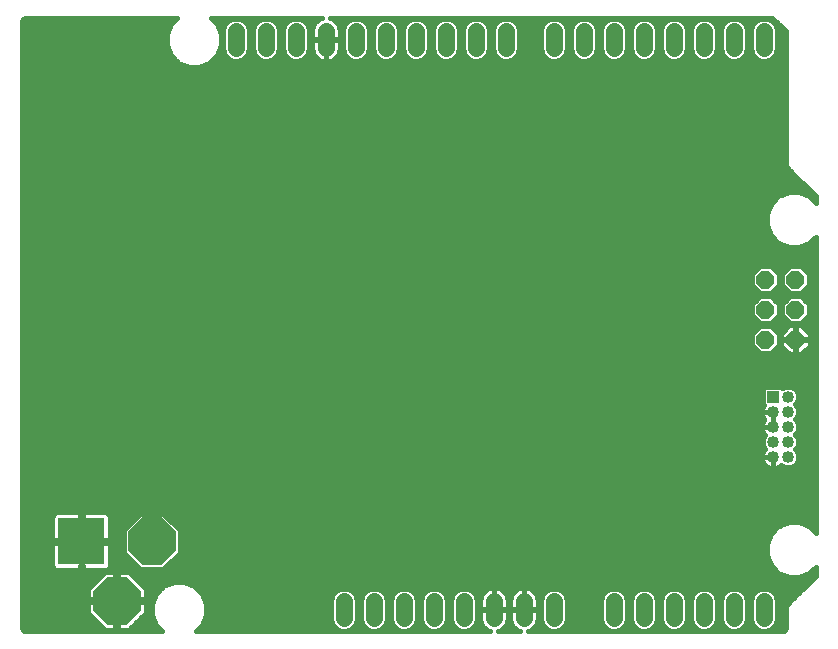
<source format=gbl>
G75*
%MOIN*%
%OFA0B0*%
%FSLAX25Y25*%
%IPPOS*%
%LPD*%
%AMOC8*
5,1,8,0,0,1.08239X$1,22.5*
%
%ADD10OC8,0.06102*%
%ADD11C,0.05600*%
%ADD12OC8,0.15748*%
%ADD13R,0.15748X0.15748*%
%ADD14C,0.07677*%
%ADD15R,0.04000X0.04000*%
%ADD16C,0.04000*%
%ADD17C,0.01600*%
D10*
X0259260Y0103750D03*
X0269260Y0103750D03*
X0269260Y0113750D03*
X0259260Y0113750D03*
X0259260Y0123750D03*
X0269260Y0123750D03*
D11*
X0258760Y0200950D02*
X0258760Y0206550D01*
X0248760Y0206550D02*
X0248760Y0200950D01*
X0238760Y0200950D02*
X0238760Y0206550D01*
X0228760Y0206550D02*
X0228760Y0200950D01*
X0218760Y0200950D02*
X0218760Y0206550D01*
X0208760Y0206550D02*
X0208760Y0200950D01*
X0198760Y0200950D02*
X0198760Y0206550D01*
X0188760Y0206550D02*
X0188760Y0200950D01*
X0172760Y0200950D02*
X0172760Y0206550D01*
X0162760Y0206550D02*
X0162760Y0200950D01*
X0152760Y0200950D02*
X0152760Y0206550D01*
X0142760Y0206550D02*
X0142760Y0200950D01*
X0132760Y0200950D02*
X0132760Y0206550D01*
X0122760Y0206550D02*
X0122760Y0200950D01*
X0112760Y0200950D02*
X0112760Y0206550D01*
X0102760Y0206550D02*
X0102760Y0200950D01*
X0092760Y0200950D02*
X0092760Y0206550D01*
X0082760Y0206550D02*
X0082760Y0200950D01*
X0118760Y0016550D02*
X0118760Y0010950D01*
X0128760Y0010950D02*
X0128760Y0016550D01*
X0138760Y0016550D02*
X0138760Y0010950D01*
X0148760Y0010950D02*
X0148760Y0016550D01*
X0158760Y0016550D02*
X0158760Y0010950D01*
X0168760Y0010950D02*
X0168760Y0016550D01*
X0178760Y0016550D02*
X0178760Y0010950D01*
X0188760Y0010950D02*
X0188760Y0016550D01*
X0208760Y0016550D02*
X0208760Y0010950D01*
X0218760Y0010950D02*
X0218760Y0016550D01*
X0228760Y0016550D02*
X0228760Y0010950D01*
X0238760Y0010950D02*
X0238760Y0016550D01*
X0248760Y0016550D02*
X0248760Y0010950D01*
X0258760Y0010950D02*
X0258760Y0016550D01*
D12*
X0054760Y0036450D03*
X0042960Y0016750D03*
D13*
X0031160Y0036450D03*
D14*
X0031160Y0033450D03*
X0031160Y0039450D03*
X0054760Y0039450D03*
X0054760Y0033450D03*
X0045960Y0016750D03*
X0039960Y0016750D03*
D15*
X0261760Y0084616D03*
D16*
X0266760Y0084616D03*
X0266760Y0079616D03*
X0266760Y0074616D03*
X0266760Y0069616D03*
X0261760Y0069616D03*
X0261760Y0074616D03*
X0261760Y0079616D03*
X0261760Y0064616D03*
X0266760Y0064616D03*
D17*
X0011751Y0007055D02*
X0011582Y0007465D01*
X0011560Y0007687D01*
X0011560Y0209813D01*
X0011582Y0210035D01*
X0011751Y0210445D01*
X0012065Y0210758D01*
X0012475Y0210928D01*
X0012697Y0210950D01*
X0063092Y0210950D01*
X0061046Y0208904D01*
X0059661Y0205560D01*
X0059661Y0201940D01*
X0061046Y0198596D01*
X0063606Y0196036D01*
X0066950Y0194651D01*
X0070570Y0194651D01*
X0073914Y0196036D01*
X0076474Y0198596D01*
X0077859Y0201940D01*
X0077859Y0205560D01*
X0076474Y0208904D01*
X0074428Y0210950D01*
X0111416Y0210950D01*
X0110994Y0210813D01*
X0110349Y0210484D01*
X0109763Y0210059D01*
X0109251Y0209547D01*
X0108826Y0208961D01*
X0108497Y0208316D01*
X0108273Y0207627D01*
X0108160Y0206912D01*
X0108160Y0203787D01*
X0112723Y0203787D01*
X0112723Y0203713D01*
X0112796Y0203713D01*
X0112796Y0196350D01*
X0113122Y0196350D01*
X0113837Y0196463D01*
X0114526Y0196687D01*
X0115171Y0197016D01*
X0115757Y0197441D01*
X0116269Y0197953D01*
X0116694Y0198539D01*
X0117023Y0199184D01*
X0117247Y0199873D01*
X0117360Y0200588D01*
X0117360Y0203713D01*
X0112797Y0203713D01*
X0112797Y0203787D01*
X0117360Y0203787D01*
X0117360Y0206912D01*
X0117247Y0207627D01*
X0117023Y0208316D01*
X0116694Y0208961D01*
X0116269Y0209547D01*
X0115757Y0210059D01*
X0115171Y0210484D01*
X0114526Y0210813D01*
X0114104Y0210950D01*
X0261600Y0210950D01*
X0265960Y0206590D01*
X0265960Y0162193D01*
X0266386Y0161164D01*
X0267174Y0160376D01*
X0275960Y0151590D01*
X0275960Y0149418D01*
X0273914Y0151464D01*
X0270570Y0152849D01*
X0266950Y0152849D01*
X0263606Y0151464D01*
X0261046Y0148904D01*
X0259661Y0145560D01*
X0259661Y0141940D01*
X0261046Y0138596D01*
X0263606Y0136036D01*
X0266950Y0134651D01*
X0270570Y0134651D01*
X0273914Y0136036D01*
X0275960Y0138082D01*
X0275960Y0039418D01*
X0273914Y0041464D01*
X0270570Y0042849D01*
X0266950Y0042849D01*
X0263606Y0041464D01*
X0261046Y0038904D01*
X0259661Y0035560D01*
X0259661Y0031940D01*
X0261046Y0028596D01*
X0263606Y0026036D01*
X0266950Y0024651D01*
X0270570Y0024651D01*
X0273914Y0026036D01*
X0275960Y0028082D01*
X0275960Y0024910D01*
X0267174Y0016124D01*
X0266386Y0015336D01*
X0265960Y0014307D01*
X0265960Y0007687D01*
X0265938Y0007465D01*
X0265768Y0007055D01*
X0265455Y0006742D01*
X0265045Y0006572D01*
X0264823Y0006550D01*
X0180104Y0006550D01*
X0180526Y0006687D01*
X0181171Y0007016D01*
X0181757Y0007441D01*
X0182269Y0007953D01*
X0182694Y0008539D01*
X0183023Y0009184D01*
X0183247Y0009873D01*
X0183360Y0010588D01*
X0183360Y0013713D01*
X0178797Y0013713D01*
X0178797Y0013787D01*
X0183360Y0013787D01*
X0183360Y0016912D01*
X0183247Y0017627D01*
X0183023Y0018316D01*
X0182694Y0018961D01*
X0182269Y0019547D01*
X0181757Y0020059D01*
X0181171Y0020484D01*
X0180526Y0020813D01*
X0179837Y0021037D01*
X0179122Y0021150D01*
X0178796Y0021150D01*
X0178796Y0013787D01*
X0178723Y0013787D01*
X0178723Y0021150D01*
X0178398Y0021150D01*
X0177683Y0021037D01*
X0176994Y0020813D01*
X0176349Y0020484D01*
X0175763Y0020059D01*
X0175251Y0019547D01*
X0174826Y0018961D01*
X0174497Y0018316D01*
X0174273Y0017627D01*
X0174160Y0016912D01*
X0174160Y0013787D01*
X0178723Y0013787D01*
X0178723Y0013713D01*
X0174160Y0013713D01*
X0174160Y0010588D01*
X0174273Y0009873D01*
X0174497Y0009184D01*
X0174826Y0008539D01*
X0175251Y0007953D01*
X0175763Y0007441D01*
X0176349Y0007016D01*
X0176994Y0006687D01*
X0177416Y0006550D01*
X0170104Y0006550D01*
X0170526Y0006687D01*
X0171171Y0007016D01*
X0171757Y0007441D01*
X0172269Y0007953D01*
X0172694Y0008539D01*
X0173023Y0009184D01*
X0173247Y0009873D01*
X0173360Y0010588D01*
X0173360Y0013713D01*
X0168797Y0013713D01*
X0168797Y0013787D01*
X0173360Y0013787D01*
X0173360Y0016912D01*
X0173247Y0017627D01*
X0173023Y0018316D01*
X0172694Y0018961D01*
X0172269Y0019547D01*
X0171757Y0020059D01*
X0171171Y0020484D01*
X0170526Y0020813D01*
X0169837Y0021037D01*
X0169122Y0021150D01*
X0168796Y0021150D01*
X0168796Y0013787D01*
X0168723Y0013787D01*
X0168723Y0021150D01*
X0168398Y0021150D01*
X0167683Y0021037D01*
X0166994Y0020813D01*
X0166349Y0020484D01*
X0165763Y0020059D01*
X0165251Y0019547D01*
X0164826Y0018961D01*
X0164497Y0018316D01*
X0164273Y0017627D01*
X0164160Y0016912D01*
X0164160Y0013787D01*
X0168723Y0013787D01*
X0168723Y0013713D01*
X0164160Y0013713D01*
X0164160Y0010588D01*
X0164273Y0009873D01*
X0164497Y0009184D01*
X0164826Y0008539D01*
X0165251Y0007953D01*
X0165763Y0007441D01*
X0166349Y0007016D01*
X0166994Y0006687D01*
X0167416Y0006550D01*
X0069428Y0006550D01*
X0071474Y0008596D01*
X0072859Y0011940D01*
X0072859Y0015560D01*
X0071474Y0018904D01*
X0068914Y0021464D01*
X0065570Y0022849D01*
X0061950Y0022849D01*
X0058606Y0021464D01*
X0056046Y0018904D01*
X0054661Y0015560D01*
X0054661Y0011940D01*
X0056046Y0008596D01*
X0058092Y0006550D01*
X0012697Y0006550D01*
X0012475Y0006572D01*
X0012065Y0006742D01*
X0011751Y0007055D01*
X0011560Y0008046D02*
X0037983Y0008046D01*
X0038953Y0007076D02*
X0042480Y0007076D01*
X0042480Y0012124D01*
X0042927Y0012309D01*
X0042960Y0012342D01*
X0042992Y0012309D01*
X0043439Y0012124D01*
X0043439Y0007076D01*
X0046967Y0007076D01*
X0052634Y0012743D01*
X0052634Y0016270D01*
X0051198Y0016270D01*
X0051198Y0017230D01*
X0052634Y0017230D01*
X0052634Y0020757D01*
X0046967Y0026424D01*
X0043439Y0026424D01*
X0043439Y0021376D01*
X0042992Y0021191D01*
X0042960Y0021158D01*
X0042927Y0021191D01*
X0042480Y0021376D01*
X0042480Y0026424D01*
X0038953Y0026424D01*
X0033286Y0020757D01*
X0033286Y0017230D01*
X0034721Y0017230D01*
X0034721Y0016270D01*
X0033286Y0016270D01*
X0033286Y0012743D01*
X0038953Y0007076D01*
X0036385Y0009644D02*
X0011560Y0009644D01*
X0011560Y0011243D02*
X0034786Y0011243D01*
X0033286Y0012841D02*
X0011560Y0012841D01*
X0011560Y0014440D02*
X0033286Y0014440D01*
X0033286Y0016038D02*
X0011560Y0016038D01*
X0011560Y0017637D02*
X0033286Y0017637D01*
X0033286Y0019235D02*
X0011560Y0019235D01*
X0011560Y0020834D02*
X0033362Y0020834D01*
X0034961Y0022432D02*
X0011560Y0022432D01*
X0011560Y0024031D02*
X0036559Y0024031D01*
X0038158Y0025629D02*
X0011560Y0025629D01*
X0011560Y0027228D02*
X0022089Y0027228D01*
X0022181Y0027136D02*
X0022591Y0026899D01*
X0023049Y0026776D01*
X0030680Y0026776D01*
X0030680Y0028211D01*
X0031639Y0028211D01*
X0031639Y0026776D01*
X0039271Y0026776D01*
X0039729Y0026899D01*
X0040139Y0027136D01*
X0040474Y0027471D01*
X0040711Y0027881D01*
X0040834Y0028339D01*
X0040834Y0035970D01*
X0035786Y0035970D01*
X0035601Y0036417D01*
X0035568Y0036450D01*
X0035601Y0036483D01*
X0035786Y0036930D01*
X0040834Y0036930D01*
X0040834Y0044561D01*
X0040711Y0045019D01*
X0040474Y0045429D01*
X0040139Y0045764D01*
X0039729Y0046001D01*
X0039271Y0046124D01*
X0031639Y0046124D01*
X0031639Y0044689D01*
X0030680Y0044689D01*
X0030680Y0046124D01*
X0023049Y0046124D01*
X0022591Y0046001D01*
X0022181Y0045764D01*
X0021845Y0045429D01*
X0021608Y0045019D01*
X0021486Y0044561D01*
X0021486Y0036930D01*
X0026534Y0036930D01*
X0026719Y0036483D01*
X0026751Y0036450D01*
X0026719Y0036417D01*
X0026534Y0035970D01*
X0021486Y0035970D01*
X0021486Y0028339D01*
X0021608Y0027881D01*
X0021845Y0027471D01*
X0022181Y0027136D01*
X0021486Y0028826D02*
X0011560Y0028826D01*
X0011560Y0030425D02*
X0021486Y0030425D01*
X0021486Y0032023D02*
X0011560Y0032023D01*
X0011560Y0033622D02*
X0021486Y0033622D01*
X0021486Y0035220D02*
X0011560Y0035220D01*
X0011560Y0036819D02*
X0026580Y0036819D01*
X0021486Y0038417D02*
X0011560Y0038417D01*
X0011560Y0040016D02*
X0021486Y0040016D01*
X0021486Y0041614D02*
X0011560Y0041614D01*
X0011560Y0043213D02*
X0021486Y0043213D01*
X0021553Y0044811D02*
X0011560Y0044811D01*
X0011560Y0046410D02*
X0275960Y0046410D01*
X0275960Y0048008D02*
X0011560Y0048008D01*
X0011560Y0049607D02*
X0275960Y0049607D01*
X0275960Y0051205D02*
X0011560Y0051205D01*
X0011560Y0052804D02*
X0275960Y0052804D01*
X0275960Y0054402D02*
X0011560Y0054402D01*
X0011560Y0056001D02*
X0275960Y0056001D01*
X0275960Y0057599D02*
X0011560Y0057599D01*
X0011560Y0059198D02*
X0275960Y0059198D01*
X0275960Y0060796D02*
X0011560Y0060796D01*
X0011560Y0062395D02*
X0258674Y0062395D01*
X0258808Y0062194D02*
X0259337Y0061664D01*
X0259960Y0061249D01*
X0260651Y0060962D01*
X0261386Y0060816D01*
X0261760Y0060816D01*
X0262134Y0060816D01*
X0262868Y0060962D01*
X0263560Y0061249D01*
X0264182Y0061664D01*
X0264543Y0062025D01*
X0264834Y0061734D01*
X0266084Y0061216D01*
X0267436Y0061216D01*
X0268686Y0061734D01*
X0269642Y0062690D01*
X0270160Y0063940D01*
X0270160Y0065292D01*
X0269642Y0066542D01*
X0269068Y0067116D01*
X0269642Y0067690D01*
X0270160Y0068940D01*
X0270160Y0070292D01*
X0269642Y0071542D01*
X0269068Y0072116D01*
X0269642Y0072690D01*
X0270160Y0073940D01*
X0270160Y0075292D01*
X0269642Y0076542D01*
X0269068Y0077116D01*
X0269642Y0077690D01*
X0270160Y0078940D01*
X0270160Y0080292D01*
X0269642Y0081542D01*
X0269068Y0082116D01*
X0269642Y0082690D01*
X0270160Y0083940D01*
X0270160Y0085292D01*
X0269642Y0086542D01*
X0268686Y0087499D01*
X0267436Y0088016D01*
X0266084Y0088016D01*
X0264850Y0087505D01*
X0264340Y0088016D01*
X0259180Y0088016D01*
X0258360Y0087196D01*
X0258360Y0082036D01*
X0258628Y0081768D01*
X0258392Y0081416D01*
X0258106Y0080725D01*
X0257960Y0079990D01*
X0257960Y0079616D01*
X0257960Y0079242D01*
X0258106Y0078508D01*
X0258392Y0077816D01*
X0258808Y0077194D01*
X0258886Y0077116D01*
X0258808Y0077038D01*
X0258392Y0076416D01*
X0258106Y0075725D01*
X0257960Y0074990D01*
X0257960Y0074616D01*
X0257960Y0074242D01*
X0258106Y0073508D01*
X0258392Y0072816D01*
X0258808Y0072194D01*
X0259169Y0071833D01*
X0258877Y0071542D01*
X0258360Y0070292D01*
X0258360Y0068940D01*
X0258877Y0067690D01*
X0259169Y0067399D01*
X0258808Y0067038D01*
X0258392Y0066416D01*
X0258106Y0065725D01*
X0257960Y0064990D01*
X0257960Y0064616D01*
X0257960Y0064242D01*
X0258106Y0063508D01*
X0258392Y0062816D01*
X0258808Y0062194D01*
X0258009Y0063993D02*
X0011560Y0063993D01*
X0011560Y0065592D02*
X0258080Y0065592D01*
X0257960Y0064616D02*
X0261760Y0064616D01*
X0261760Y0060816D01*
X0261760Y0064616D01*
X0261760Y0064616D01*
X0257960Y0064616D01*
X0258960Y0067190D02*
X0011560Y0067190D01*
X0011560Y0068789D02*
X0258422Y0068789D01*
X0258399Y0070387D02*
X0011560Y0070387D01*
X0011560Y0071986D02*
X0259016Y0071986D01*
X0258091Y0073584D02*
X0011560Y0073584D01*
X0011560Y0075183D02*
X0257998Y0075183D01*
X0257960Y0074616D02*
X0261760Y0074616D01*
X0261760Y0074616D01*
X0261760Y0079616D01*
X0261760Y0079616D01*
X0261760Y0075816D01*
X0261760Y0074616D01*
X0257960Y0074616D01*
X0258636Y0076782D02*
X0011560Y0076782D01*
X0011560Y0078380D02*
X0258159Y0078380D01*
X0257960Y0079616D02*
X0261760Y0079616D01*
X0261760Y0079616D01*
X0257960Y0079616D01*
X0257960Y0079979D02*
X0011560Y0079979D01*
X0011560Y0081577D02*
X0258500Y0081577D01*
X0258360Y0083176D02*
X0011560Y0083176D01*
X0011560Y0084774D02*
X0258360Y0084774D01*
X0258360Y0086373D02*
X0011560Y0086373D01*
X0011560Y0087971D02*
X0259135Y0087971D01*
X0264385Y0087971D02*
X0265975Y0087971D01*
X0267545Y0087971D02*
X0275960Y0087971D01*
X0275960Y0086373D02*
X0269712Y0086373D01*
X0270160Y0084774D02*
X0275960Y0084774D01*
X0275960Y0083176D02*
X0269843Y0083176D01*
X0269607Y0081577D02*
X0275960Y0081577D01*
X0275960Y0079979D02*
X0270160Y0079979D01*
X0269928Y0078380D02*
X0275960Y0078380D01*
X0275960Y0076782D02*
X0269403Y0076782D01*
X0270160Y0075183D02*
X0275960Y0075183D01*
X0275960Y0073584D02*
X0270013Y0073584D01*
X0269198Y0071986D02*
X0275960Y0071986D01*
X0275960Y0070387D02*
X0270120Y0070387D01*
X0270097Y0068789D02*
X0275960Y0068789D01*
X0275960Y0067190D02*
X0269142Y0067190D01*
X0270036Y0065592D02*
X0275960Y0065592D01*
X0275960Y0063993D02*
X0270160Y0063993D01*
X0269347Y0062395D02*
X0275960Y0062395D01*
X0261760Y0062395D02*
X0261760Y0062395D01*
X0261760Y0063993D02*
X0261760Y0063993D01*
X0261760Y0064616D02*
X0261760Y0064616D01*
X0261760Y0074616D02*
X0261760Y0074616D01*
X0261760Y0075183D02*
X0261760Y0075183D01*
X0261760Y0076782D02*
X0261760Y0076782D01*
X0261760Y0078380D02*
X0261760Y0078380D01*
X0275960Y0089570D02*
X0011560Y0089570D01*
X0011560Y0091168D02*
X0275960Y0091168D01*
X0275960Y0092767D02*
X0011560Y0092767D01*
X0011560Y0094365D02*
X0275960Y0094365D01*
X0275960Y0095964D02*
X0011560Y0095964D01*
X0011560Y0097562D02*
X0275960Y0097562D01*
X0275960Y0099161D02*
X0271531Y0099161D01*
X0271269Y0098899D02*
X0269395Y0098899D01*
X0269395Y0103615D01*
X0269395Y0103885D01*
X0274111Y0103885D01*
X0274111Y0105759D01*
X0271269Y0108601D01*
X0269395Y0108601D01*
X0269395Y0103885D01*
X0269125Y0103885D01*
X0269125Y0108601D01*
X0267250Y0108601D01*
X0264409Y0105759D01*
X0264409Y0103885D01*
X0269125Y0103885D01*
X0269125Y0103615D01*
X0269395Y0103615D01*
X0274111Y0103615D01*
X0274111Y0101741D01*
X0271269Y0098899D01*
X0269395Y0099161D02*
X0269125Y0099161D01*
X0269125Y0098899D02*
X0269125Y0103615D01*
X0264409Y0103615D01*
X0264409Y0101741D01*
X0267250Y0098899D01*
X0269125Y0098899D01*
X0269125Y0100759D02*
X0269395Y0100759D01*
X0269395Y0102358D02*
X0269125Y0102358D01*
X0269125Y0103956D02*
X0269395Y0103956D01*
X0269395Y0105555D02*
X0269125Y0105555D01*
X0269125Y0107153D02*
X0269395Y0107153D01*
X0271104Y0109299D02*
X0267416Y0109299D01*
X0264809Y0111906D01*
X0264809Y0115594D01*
X0267416Y0118201D01*
X0271104Y0118201D01*
X0273711Y0115594D01*
X0273711Y0111906D01*
X0271104Y0109299D01*
X0272155Y0110350D02*
X0275960Y0110350D01*
X0275960Y0108752D02*
X0011560Y0108752D01*
X0011560Y0110350D02*
X0256365Y0110350D01*
X0257416Y0109299D02*
X0261104Y0109299D01*
X0263711Y0111906D01*
X0263711Y0115594D01*
X0261104Y0118201D01*
X0257416Y0118201D01*
X0254809Y0115594D01*
X0254809Y0111906D01*
X0257416Y0109299D01*
X0257416Y0108201D02*
X0254809Y0105594D01*
X0254809Y0101906D01*
X0257416Y0099299D01*
X0261104Y0099299D01*
X0263711Y0101906D01*
X0263711Y0105594D01*
X0261104Y0108201D01*
X0257416Y0108201D01*
X0256368Y0107153D02*
X0011560Y0107153D01*
X0011560Y0105555D02*
X0254809Y0105555D01*
X0254809Y0103956D02*
X0011560Y0103956D01*
X0011560Y0102358D02*
X0254809Y0102358D01*
X0255956Y0100759D02*
X0011560Y0100759D01*
X0011560Y0099161D02*
X0266989Y0099161D01*
X0265390Y0100759D02*
X0262564Y0100759D01*
X0263711Y0102358D02*
X0264409Y0102358D01*
X0264409Y0103956D02*
X0263711Y0103956D01*
X0263711Y0105555D02*
X0264409Y0105555D01*
X0265802Y0107153D02*
X0262152Y0107153D01*
X0262155Y0110350D02*
X0266365Y0110350D01*
X0264809Y0111949D02*
X0263711Y0111949D01*
X0263711Y0113547D02*
X0264809Y0113547D01*
X0264809Y0115146D02*
X0263711Y0115146D01*
X0262560Y0116744D02*
X0265959Y0116744D01*
X0267416Y0119299D02*
X0271104Y0119299D01*
X0273711Y0121906D01*
X0273711Y0125594D01*
X0271104Y0128201D01*
X0267416Y0128201D01*
X0264809Y0125594D01*
X0264809Y0121906D01*
X0267416Y0119299D01*
X0266774Y0119941D02*
X0261746Y0119941D01*
X0261104Y0119299D02*
X0263711Y0121906D01*
X0263711Y0125594D01*
X0261104Y0128201D01*
X0257416Y0128201D01*
X0254809Y0125594D01*
X0254809Y0121906D01*
X0257416Y0119299D01*
X0261104Y0119299D01*
X0263345Y0121540D02*
X0265175Y0121540D01*
X0264809Y0123138D02*
X0263711Y0123138D01*
X0263711Y0124737D02*
X0264809Y0124737D01*
X0265550Y0126335D02*
X0262969Y0126335D01*
X0261371Y0127934D02*
X0267149Y0127934D01*
X0271371Y0127934D02*
X0275960Y0127934D01*
X0275960Y0129532D02*
X0011560Y0129532D01*
X0011560Y0127934D02*
X0257149Y0127934D01*
X0255550Y0126335D02*
X0011560Y0126335D01*
X0011560Y0124737D02*
X0254809Y0124737D01*
X0254809Y0123138D02*
X0011560Y0123138D01*
X0011560Y0121540D02*
X0255175Y0121540D01*
X0256774Y0119941D02*
X0011560Y0119941D01*
X0011560Y0118343D02*
X0275960Y0118343D01*
X0275960Y0119941D02*
X0271746Y0119941D01*
X0273345Y0121540D02*
X0275960Y0121540D01*
X0275960Y0123138D02*
X0273711Y0123138D01*
X0273711Y0124737D02*
X0275960Y0124737D01*
X0275960Y0126335D02*
X0272969Y0126335D01*
X0275960Y0131131D02*
X0011560Y0131131D01*
X0011560Y0132729D02*
X0275960Y0132729D01*
X0275960Y0134328D02*
X0011560Y0134328D01*
X0011560Y0135926D02*
X0263870Y0135926D01*
X0262117Y0137525D02*
X0011560Y0137525D01*
X0011560Y0139123D02*
X0260827Y0139123D01*
X0260165Y0140722D02*
X0011560Y0140722D01*
X0011560Y0142320D02*
X0259661Y0142320D01*
X0259661Y0143919D02*
X0011560Y0143919D01*
X0011560Y0145518D02*
X0259661Y0145518D01*
X0260305Y0147116D02*
X0011560Y0147116D01*
X0011560Y0148715D02*
X0260967Y0148715D01*
X0262455Y0150313D02*
X0011560Y0150313D01*
X0011560Y0151912D02*
X0264686Y0151912D01*
X0270843Y0156707D02*
X0011560Y0156707D01*
X0011560Y0155109D02*
X0272441Y0155109D01*
X0274040Y0153510D02*
X0011560Y0153510D01*
X0011560Y0158306D02*
X0269244Y0158306D01*
X0267646Y0159904D02*
X0011560Y0159904D01*
X0011560Y0161503D02*
X0266246Y0161503D01*
X0267174Y0160376D02*
X0267174Y0160376D01*
X0265960Y0163101D02*
X0011560Y0163101D01*
X0011560Y0164700D02*
X0265960Y0164700D01*
X0265960Y0166298D02*
X0011560Y0166298D01*
X0011560Y0167897D02*
X0265960Y0167897D01*
X0265960Y0169495D02*
X0011560Y0169495D01*
X0011560Y0171094D02*
X0265960Y0171094D01*
X0265960Y0172692D02*
X0011560Y0172692D01*
X0011560Y0174291D02*
X0265960Y0174291D01*
X0265960Y0175889D02*
X0011560Y0175889D01*
X0011560Y0177488D02*
X0265960Y0177488D01*
X0265960Y0179086D02*
X0011560Y0179086D01*
X0011560Y0180685D02*
X0265960Y0180685D01*
X0265960Y0182283D02*
X0011560Y0182283D01*
X0011560Y0183882D02*
X0265960Y0183882D01*
X0265960Y0185480D02*
X0011560Y0185480D01*
X0011560Y0187079D02*
X0265960Y0187079D01*
X0265960Y0188677D02*
X0011560Y0188677D01*
X0011560Y0190276D02*
X0265960Y0190276D01*
X0265960Y0191874D02*
X0011560Y0191874D01*
X0011560Y0193473D02*
X0265960Y0193473D01*
X0265960Y0195071D02*
X0071585Y0195071D01*
X0074548Y0196670D02*
X0111047Y0196670D01*
X0110994Y0196687D02*
X0111683Y0196463D01*
X0112398Y0196350D01*
X0112723Y0196350D01*
X0112723Y0203713D01*
X0108160Y0203713D01*
X0108160Y0200588D01*
X0108273Y0199873D01*
X0108497Y0199184D01*
X0108826Y0198539D01*
X0109251Y0197953D01*
X0109763Y0197441D01*
X0110349Y0197016D01*
X0110994Y0196687D01*
X0112723Y0196670D02*
X0112796Y0196670D01*
X0112796Y0198268D02*
X0112723Y0198268D01*
X0112723Y0199867D02*
X0112796Y0199867D01*
X0112796Y0201465D02*
X0112723Y0201465D01*
X0112723Y0203064D02*
X0112796Y0203064D01*
X0117360Y0203064D02*
X0118560Y0203064D01*
X0118560Y0204662D02*
X0117360Y0204662D01*
X0117360Y0206261D02*
X0118560Y0206261D01*
X0118560Y0207385D02*
X0118560Y0200115D01*
X0119199Y0198571D01*
X0120381Y0197389D01*
X0121924Y0196750D01*
X0123595Y0196750D01*
X0125139Y0197389D01*
X0126320Y0198571D01*
X0126960Y0200115D01*
X0126960Y0207385D01*
X0126320Y0208929D01*
X0125139Y0210111D01*
X0123595Y0210750D01*
X0121924Y0210750D01*
X0120381Y0210111D01*
X0119199Y0208929D01*
X0118560Y0207385D01*
X0118756Y0207859D02*
X0117171Y0207859D01*
X0116333Y0209458D02*
X0119728Y0209458D01*
X0125792Y0209458D02*
X0129728Y0209458D01*
X0129199Y0208929D02*
X0130381Y0210111D01*
X0131924Y0210750D01*
X0133595Y0210750D01*
X0135139Y0210111D01*
X0136320Y0208929D01*
X0136960Y0207385D01*
X0136960Y0200115D01*
X0136320Y0198571D01*
X0135139Y0197389D01*
X0133595Y0196750D01*
X0131924Y0196750D01*
X0130381Y0197389D01*
X0129199Y0198571D01*
X0128560Y0200115D01*
X0128560Y0207385D01*
X0129199Y0208929D01*
X0128756Y0207859D02*
X0126763Y0207859D01*
X0126960Y0206261D02*
X0128560Y0206261D01*
X0128560Y0204662D02*
X0126960Y0204662D01*
X0126960Y0203064D02*
X0128560Y0203064D01*
X0128560Y0201465D02*
X0126960Y0201465D01*
X0126857Y0199867D02*
X0128662Y0199867D01*
X0129502Y0198268D02*
X0126018Y0198268D01*
X0119502Y0198268D02*
X0116497Y0198268D01*
X0117245Y0199867D02*
X0118662Y0199867D01*
X0118560Y0201465D02*
X0117360Y0201465D01*
X0114473Y0196670D02*
X0265960Y0196670D01*
X0265960Y0198268D02*
X0262018Y0198268D01*
X0262320Y0198571D02*
X0262960Y0200115D01*
X0262960Y0207385D01*
X0262320Y0208929D01*
X0261139Y0210111D01*
X0259595Y0210750D01*
X0257924Y0210750D01*
X0256381Y0210111D01*
X0255199Y0208929D01*
X0254560Y0207385D01*
X0254560Y0200115D01*
X0255199Y0198571D01*
X0256381Y0197389D01*
X0257924Y0196750D01*
X0259595Y0196750D01*
X0261139Y0197389D01*
X0262320Y0198571D01*
X0262857Y0199867D02*
X0265960Y0199867D01*
X0265960Y0201465D02*
X0262960Y0201465D01*
X0262960Y0203064D02*
X0265960Y0203064D01*
X0265960Y0204662D02*
X0262960Y0204662D01*
X0262960Y0206261D02*
X0265960Y0206261D01*
X0264691Y0207859D02*
X0262763Y0207859D01*
X0263092Y0209458D02*
X0261792Y0209458D01*
X0255728Y0209458D02*
X0251792Y0209458D01*
X0252320Y0208929D02*
X0251139Y0210111D01*
X0249595Y0210750D01*
X0247924Y0210750D01*
X0246381Y0210111D01*
X0245199Y0208929D01*
X0244560Y0207385D01*
X0244560Y0200115D01*
X0245199Y0198571D01*
X0246381Y0197389D01*
X0247924Y0196750D01*
X0249595Y0196750D01*
X0251139Y0197389D01*
X0252320Y0198571D01*
X0252960Y0200115D01*
X0252960Y0207385D01*
X0252320Y0208929D01*
X0252763Y0207859D02*
X0254756Y0207859D01*
X0254560Y0206261D02*
X0252960Y0206261D01*
X0252960Y0204662D02*
X0254560Y0204662D01*
X0254560Y0203064D02*
X0252960Y0203064D01*
X0252960Y0201465D02*
X0254560Y0201465D01*
X0254662Y0199867D02*
X0252857Y0199867D01*
X0252018Y0198268D02*
X0255502Y0198268D01*
X0245502Y0198268D02*
X0242018Y0198268D01*
X0242320Y0198571D02*
X0242960Y0200115D01*
X0242960Y0207385D01*
X0242320Y0208929D01*
X0241139Y0210111D01*
X0239595Y0210750D01*
X0237924Y0210750D01*
X0236381Y0210111D01*
X0235199Y0208929D01*
X0234560Y0207385D01*
X0234560Y0200115D01*
X0235199Y0198571D01*
X0236381Y0197389D01*
X0237924Y0196750D01*
X0239595Y0196750D01*
X0241139Y0197389D01*
X0242320Y0198571D01*
X0242857Y0199867D02*
X0244662Y0199867D01*
X0244560Y0201465D02*
X0242960Y0201465D01*
X0242960Y0203064D02*
X0244560Y0203064D01*
X0244560Y0204662D02*
X0242960Y0204662D01*
X0242960Y0206261D02*
X0244560Y0206261D01*
X0244756Y0207859D02*
X0242763Y0207859D01*
X0241792Y0209458D02*
X0245728Y0209458D01*
X0235728Y0209458D02*
X0231792Y0209458D01*
X0232320Y0208929D02*
X0231139Y0210111D01*
X0229595Y0210750D01*
X0227924Y0210750D01*
X0226381Y0210111D01*
X0225199Y0208929D01*
X0224560Y0207385D01*
X0224560Y0200115D01*
X0225199Y0198571D01*
X0226381Y0197389D01*
X0227924Y0196750D01*
X0229595Y0196750D01*
X0231139Y0197389D01*
X0232320Y0198571D01*
X0232960Y0200115D01*
X0232960Y0207385D01*
X0232320Y0208929D01*
X0232763Y0207859D02*
X0234756Y0207859D01*
X0234560Y0206261D02*
X0232960Y0206261D01*
X0232960Y0204662D02*
X0234560Y0204662D01*
X0234560Y0203064D02*
X0232960Y0203064D01*
X0232960Y0201465D02*
X0234560Y0201465D01*
X0234662Y0199867D02*
X0232857Y0199867D01*
X0232018Y0198268D02*
X0235502Y0198268D01*
X0225502Y0198268D02*
X0222018Y0198268D01*
X0222320Y0198571D02*
X0222960Y0200115D01*
X0222960Y0207385D01*
X0222320Y0208929D01*
X0221139Y0210111D01*
X0219595Y0210750D01*
X0217924Y0210750D01*
X0216381Y0210111D01*
X0215199Y0208929D01*
X0214560Y0207385D01*
X0214560Y0200115D01*
X0215199Y0198571D01*
X0216381Y0197389D01*
X0217924Y0196750D01*
X0219595Y0196750D01*
X0221139Y0197389D01*
X0222320Y0198571D01*
X0222857Y0199867D02*
X0224662Y0199867D01*
X0224560Y0201465D02*
X0222960Y0201465D01*
X0222960Y0203064D02*
X0224560Y0203064D01*
X0224560Y0204662D02*
X0222960Y0204662D01*
X0222960Y0206261D02*
X0224560Y0206261D01*
X0224756Y0207859D02*
X0222763Y0207859D01*
X0221792Y0209458D02*
X0225728Y0209458D01*
X0215728Y0209458D02*
X0211792Y0209458D01*
X0212320Y0208929D02*
X0211139Y0210111D01*
X0209595Y0210750D01*
X0207924Y0210750D01*
X0206381Y0210111D01*
X0205199Y0208929D01*
X0204560Y0207385D01*
X0204560Y0200115D01*
X0205199Y0198571D01*
X0206381Y0197389D01*
X0207924Y0196750D01*
X0209595Y0196750D01*
X0211139Y0197389D01*
X0212320Y0198571D01*
X0212960Y0200115D01*
X0212960Y0207385D01*
X0212320Y0208929D01*
X0212763Y0207859D02*
X0214756Y0207859D01*
X0214560Y0206261D02*
X0212960Y0206261D01*
X0212960Y0204662D02*
X0214560Y0204662D01*
X0214560Y0203064D02*
X0212960Y0203064D01*
X0212960Y0201465D02*
X0214560Y0201465D01*
X0214662Y0199867D02*
X0212857Y0199867D01*
X0212018Y0198268D02*
X0215502Y0198268D01*
X0205502Y0198268D02*
X0202018Y0198268D01*
X0202320Y0198571D02*
X0201139Y0197389D01*
X0199595Y0196750D01*
X0197924Y0196750D01*
X0196381Y0197389D01*
X0195199Y0198571D01*
X0194560Y0200115D01*
X0194560Y0207385D01*
X0195199Y0208929D01*
X0196381Y0210111D01*
X0197924Y0210750D01*
X0199595Y0210750D01*
X0201139Y0210111D01*
X0202320Y0208929D01*
X0202960Y0207385D01*
X0202960Y0200115D01*
X0202320Y0198571D01*
X0202857Y0199867D02*
X0204662Y0199867D01*
X0204560Y0201465D02*
X0202960Y0201465D01*
X0202960Y0203064D02*
X0204560Y0203064D01*
X0204560Y0204662D02*
X0202960Y0204662D01*
X0202960Y0206261D02*
X0204560Y0206261D01*
X0204756Y0207859D02*
X0202763Y0207859D01*
X0201792Y0209458D02*
X0205728Y0209458D01*
X0195728Y0209458D02*
X0191792Y0209458D01*
X0192320Y0208929D02*
X0191139Y0210111D01*
X0189595Y0210750D01*
X0187924Y0210750D01*
X0186381Y0210111D01*
X0185199Y0208929D01*
X0184560Y0207385D01*
X0184560Y0200115D01*
X0185199Y0198571D01*
X0186381Y0197389D01*
X0187924Y0196750D01*
X0189595Y0196750D01*
X0191139Y0197389D01*
X0192320Y0198571D01*
X0192960Y0200115D01*
X0192960Y0207385D01*
X0192320Y0208929D01*
X0192763Y0207859D02*
X0194756Y0207859D01*
X0194560Y0206261D02*
X0192960Y0206261D01*
X0192960Y0204662D02*
X0194560Y0204662D01*
X0194560Y0203064D02*
X0192960Y0203064D01*
X0192960Y0201465D02*
X0194560Y0201465D01*
X0194662Y0199867D02*
X0192857Y0199867D01*
X0192018Y0198268D02*
X0195502Y0198268D01*
X0185502Y0198268D02*
X0176018Y0198268D01*
X0176320Y0198571D02*
X0176960Y0200115D01*
X0176960Y0207385D01*
X0176320Y0208929D01*
X0175139Y0210111D01*
X0173595Y0210750D01*
X0171924Y0210750D01*
X0170381Y0210111D01*
X0169199Y0208929D01*
X0168560Y0207385D01*
X0168560Y0200115D01*
X0169199Y0198571D01*
X0170381Y0197389D01*
X0171924Y0196750D01*
X0173595Y0196750D01*
X0175139Y0197389D01*
X0176320Y0198571D01*
X0176857Y0199867D02*
X0184662Y0199867D01*
X0184560Y0201465D02*
X0176960Y0201465D01*
X0176960Y0203064D02*
X0184560Y0203064D01*
X0184560Y0204662D02*
X0176960Y0204662D01*
X0176960Y0206261D02*
X0184560Y0206261D01*
X0184756Y0207859D02*
X0176763Y0207859D01*
X0175792Y0209458D02*
X0185728Y0209458D01*
X0169728Y0209458D02*
X0165792Y0209458D01*
X0166320Y0208929D02*
X0165139Y0210111D01*
X0163595Y0210750D01*
X0161924Y0210750D01*
X0160381Y0210111D01*
X0159199Y0208929D01*
X0158560Y0207385D01*
X0158560Y0200115D01*
X0159199Y0198571D01*
X0160381Y0197389D01*
X0161924Y0196750D01*
X0163595Y0196750D01*
X0165139Y0197389D01*
X0166320Y0198571D01*
X0166960Y0200115D01*
X0166960Y0207385D01*
X0166320Y0208929D01*
X0166763Y0207859D02*
X0168756Y0207859D01*
X0168560Y0206261D02*
X0166960Y0206261D01*
X0166960Y0204662D02*
X0168560Y0204662D01*
X0168560Y0203064D02*
X0166960Y0203064D01*
X0166960Y0201465D02*
X0168560Y0201465D01*
X0168662Y0199867D02*
X0166857Y0199867D01*
X0166018Y0198268D02*
X0169502Y0198268D01*
X0159502Y0198268D02*
X0156018Y0198268D01*
X0156320Y0198571D02*
X0156960Y0200115D01*
X0156960Y0207385D01*
X0156320Y0208929D01*
X0155139Y0210111D01*
X0153595Y0210750D01*
X0151924Y0210750D01*
X0150381Y0210111D01*
X0149199Y0208929D01*
X0148560Y0207385D01*
X0148560Y0200115D01*
X0149199Y0198571D01*
X0150381Y0197389D01*
X0151924Y0196750D01*
X0153595Y0196750D01*
X0155139Y0197389D01*
X0156320Y0198571D01*
X0156857Y0199867D02*
X0158662Y0199867D01*
X0158560Y0201465D02*
X0156960Y0201465D01*
X0156960Y0203064D02*
X0158560Y0203064D01*
X0158560Y0204662D02*
X0156960Y0204662D01*
X0156960Y0206261D02*
X0158560Y0206261D01*
X0158756Y0207859D02*
X0156763Y0207859D01*
X0155792Y0209458D02*
X0159728Y0209458D01*
X0149728Y0209458D02*
X0145792Y0209458D01*
X0146320Y0208929D02*
X0145139Y0210111D01*
X0143595Y0210750D01*
X0141924Y0210750D01*
X0140381Y0210111D01*
X0139199Y0208929D01*
X0138560Y0207385D01*
X0138560Y0200115D01*
X0139199Y0198571D01*
X0140381Y0197389D01*
X0141924Y0196750D01*
X0143595Y0196750D01*
X0145139Y0197389D01*
X0146320Y0198571D01*
X0146960Y0200115D01*
X0146960Y0207385D01*
X0146320Y0208929D01*
X0146763Y0207859D02*
X0148756Y0207859D01*
X0148560Y0206261D02*
X0146960Y0206261D01*
X0146960Y0204662D02*
X0148560Y0204662D01*
X0148560Y0203064D02*
X0146960Y0203064D01*
X0146960Y0201465D02*
X0148560Y0201465D01*
X0148662Y0199867D02*
X0146857Y0199867D01*
X0146018Y0198268D02*
X0149502Y0198268D01*
X0139502Y0198268D02*
X0136018Y0198268D01*
X0136857Y0199867D02*
X0138662Y0199867D01*
X0138560Y0201465D02*
X0136960Y0201465D01*
X0136960Y0203064D02*
X0138560Y0203064D01*
X0138560Y0204662D02*
X0136960Y0204662D01*
X0136960Y0206261D02*
X0138560Y0206261D01*
X0138756Y0207859D02*
X0136763Y0207859D01*
X0135792Y0209458D02*
X0139728Y0209458D01*
X0109187Y0209458D02*
X0105792Y0209458D01*
X0106320Y0208929D02*
X0105139Y0210111D01*
X0103595Y0210750D01*
X0101924Y0210750D01*
X0100381Y0210111D01*
X0099199Y0208929D01*
X0098560Y0207385D01*
X0098560Y0200115D01*
X0099199Y0198571D01*
X0100381Y0197389D01*
X0101924Y0196750D01*
X0103595Y0196750D01*
X0105139Y0197389D01*
X0106320Y0198571D01*
X0106960Y0200115D01*
X0106960Y0207385D01*
X0106320Y0208929D01*
X0106763Y0207859D02*
X0108349Y0207859D01*
X0108160Y0206261D02*
X0106960Y0206261D01*
X0106960Y0204662D02*
X0108160Y0204662D01*
X0108160Y0203064D02*
X0106960Y0203064D01*
X0106960Y0201465D02*
X0108160Y0201465D01*
X0108275Y0199867D02*
X0106857Y0199867D01*
X0106018Y0198268D02*
X0109022Y0198268D01*
X0099502Y0198268D02*
X0096018Y0198268D01*
X0096320Y0198571D02*
X0096960Y0200115D01*
X0096960Y0207385D01*
X0096320Y0208929D01*
X0095139Y0210111D01*
X0093595Y0210750D01*
X0091924Y0210750D01*
X0090381Y0210111D01*
X0089199Y0208929D01*
X0088560Y0207385D01*
X0088560Y0200115D01*
X0089199Y0198571D01*
X0090381Y0197389D01*
X0091924Y0196750D01*
X0093595Y0196750D01*
X0095139Y0197389D01*
X0096320Y0198571D01*
X0096857Y0199867D02*
X0098662Y0199867D01*
X0098560Y0201465D02*
X0096960Y0201465D01*
X0096960Y0203064D02*
X0098560Y0203064D01*
X0098560Y0204662D02*
X0096960Y0204662D01*
X0096960Y0206261D02*
X0098560Y0206261D01*
X0098756Y0207859D02*
X0096763Y0207859D01*
X0095792Y0209458D02*
X0099728Y0209458D01*
X0089728Y0209458D02*
X0085792Y0209458D01*
X0086320Y0208929D02*
X0085139Y0210111D01*
X0083595Y0210750D01*
X0081924Y0210750D01*
X0080381Y0210111D01*
X0079199Y0208929D01*
X0078560Y0207385D01*
X0078560Y0200115D01*
X0079199Y0198571D01*
X0080381Y0197389D01*
X0081924Y0196750D01*
X0083595Y0196750D01*
X0085139Y0197389D01*
X0086320Y0198571D01*
X0086960Y0200115D01*
X0086960Y0207385D01*
X0086320Y0208929D01*
X0086763Y0207859D02*
X0088756Y0207859D01*
X0088560Y0206261D02*
X0086960Y0206261D01*
X0086960Y0204662D02*
X0088560Y0204662D01*
X0088560Y0203064D02*
X0086960Y0203064D01*
X0086960Y0201465D02*
X0088560Y0201465D01*
X0088662Y0199867D02*
X0086857Y0199867D01*
X0086018Y0198268D02*
X0089502Y0198268D01*
X0079502Y0198268D02*
X0076146Y0198268D01*
X0077000Y0199867D02*
X0078662Y0199867D01*
X0078560Y0201465D02*
X0077662Y0201465D01*
X0077859Y0203064D02*
X0078560Y0203064D01*
X0078560Y0204662D02*
X0077859Y0204662D01*
X0077569Y0206261D02*
X0078560Y0206261D01*
X0078756Y0207859D02*
X0076907Y0207859D01*
X0075920Y0209458D02*
X0079728Y0209458D01*
X0062972Y0196670D02*
X0011560Y0196670D01*
X0011560Y0198268D02*
X0061373Y0198268D01*
X0060519Y0199867D02*
X0011560Y0199867D01*
X0011560Y0201465D02*
X0059857Y0201465D01*
X0059661Y0203064D02*
X0011560Y0203064D01*
X0011560Y0204662D02*
X0059661Y0204662D01*
X0059951Y0206261D02*
X0011560Y0206261D01*
X0011560Y0207859D02*
X0060613Y0207859D01*
X0061600Y0209458D02*
X0011560Y0209458D01*
X0011560Y0195071D02*
X0065935Y0195071D01*
X0011560Y0116744D02*
X0255959Y0116744D01*
X0254809Y0115146D02*
X0011560Y0115146D01*
X0011560Y0113547D02*
X0254809Y0113547D01*
X0254809Y0111949D02*
X0011560Y0111949D01*
X0050918Y0045724D02*
X0045486Y0040291D01*
X0045486Y0032609D01*
X0050918Y0027176D01*
X0058601Y0027176D01*
X0064034Y0032609D01*
X0064034Y0040291D01*
X0058601Y0045724D01*
X0050918Y0045724D01*
X0050006Y0044811D02*
X0040767Y0044811D01*
X0040834Y0043213D02*
X0048407Y0043213D01*
X0046809Y0041614D02*
X0040834Y0041614D01*
X0040834Y0040016D02*
X0045486Y0040016D01*
X0045486Y0038417D02*
X0040834Y0038417D01*
X0040834Y0035220D02*
X0045486Y0035220D01*
X0045486Y0033622D02*
X0040834Y0033622D01*
X0040834Y0032023D02*
X0046071Y0032023D01*
X0047670Y0030425D02*
X0040834Y0030425D01*
X0040834Y0028826D02*
X0049268Y0028826D01*
X0050867Y0027228D02*
X0040231Y0027228D01*
X0042480Y0025629D02*
X0043439Y0025629D01*
X0043439Y0024031D02*
X0042480Y0024031D01*
X0042480Y0022432D02*
X0043439Y0022432D01*
X0047762Y0025629D02*
X0264588Y0025629D01*
X0262414Y0027228D02*
X0058653Y0027228D01*
X0060251Y0028826D02*
X0260950Y0028826D01*
X0260288Y0030425D02*
X0061850Y0030425D01*
X0063448Y0032023D02*
X0259661Y0032023D01*
X0259661Y0033622D02*
X0064034Y0033622D01*
X0064034Y0035220D02*
X0259661Y0035220D01*
X0260182Y0036819D02*
X0064034Y0036819D01*
X0064034Y0038417D02*
X0260844Y0038417D01*
X0262157Y0040016D02*
X0064034Y0040016D01*
X0062711Y0041614D02*
X0263969Y0041614D01*
X0273551Y0041614D02*
X0275960Y0041614D01*
X0275960Y0040016D02*
X0275362Y0040016D01*
X0275960Y0043213D02*
X0061112Y0043213D01*
X0059514Y0044811D02*
X0275960Y0044811D01*
X0275960Y0027228D02*
X0275106Y0027228D01*
X0275960Y0025629D02*
X0272932Y0025629D01*
X0275081Y0024031D02*
X0049360Y0024031D01*
X0050959Y0022432D02*
X0060943Y0022432D01*
X0057975Y0020834D02*
X0052557Y0020834D01*
X0052634Y0019235D02*
X0056377Y0019235D01*
X0055521Y0017637D02*
X0052634Y0017637D01*
X0052634Y0016038D02*
X0054859Y0016038D01*
X0054661Y0014440D02*
X0052634Y0014440D01*
X0052634Y0012841D02*
X0054661Y0012841D01*
X0054950Y0011243D02*
X0051134Y0011243D01*
X0049535Y0009644D02*
X0055612Y0009644D01*
X0056596Y0008046D02*
X0047936Y0008046D01*
X0043439Y0008046D02*
X0042480Y0008046D01*
X0042480Y0009644D02*
X0043439Y0009644D01*
X0043439Y0011243D02*
X0042480Y0011243D01*
X0031639Y0027228D02*
X0030680Y0027228D01*
X0035740Y0036819D02*
X0045486Y0036819D01*
X0031639Y0044811D02*
X0030680Y0044811D01*
X0066577Y0022432D02*
X0273482Y0022432D01*
X0271884Y0020834D02*
X0180462Y0020834D01*
X0178796Y0020834D02*
X0178723Y0020834D01*
X0178723Y0019235D02*
X0178796Y0019235D01*
X0178796Y0017637D02*
X0178723Y0017637D01*
X0178723Y0016038D02*
X0178796Y0016038D01*
X0178796Y0014440D02*
X0178723Y0014440D01*
X0174160Y0014440D02*
X0173360Y0014440D01*
X0173360Y0016038D02*
X0174160Y0016038D01*
X0174276Y0017637D02*
X0173244Y0017637D01*
X0172495Y0019235D02*
X0175025Y0019235D01*
X0177058Y0020834D02*
X0170462Y0020834D01*
X0168796Y0020834D02*
X0168723Y0020834D01*
X0168723Y0019235D02*
X0168796Y0019235D01*
X0168796Y0017637D02*
X0168723Y0017637D01*
X0168723Y0016038D02*
X0168796Y0016038D01*
X0168796Y0014440D02*
X0168723Y0014440D01*
X0173360Y0012841D02*
X0174160Y0012841D01*
X0174160Y0011243D02*
X0173360Y0011243D01*
X0173172Y0009644D02*
X0174347Y0009644D01*
X0175184Y0008046D02*
X0172336Y0008046D01*
X0165184Y0008046D02*
X0161795Y0008046D01*
X0162320Y0008571D02*
X0162960Y0010115D01*
X0162960Y0017385D01*
X0162320Y0018929D01*
X0161139Y0020111D01*
X0159595Y0020750D01*
X0157924Y0020750D01*
X0156381Y0020111D01*
X0155199Y0018929D01*
X0154560Y0017385D01*
X0154560Y0010115D01*
X0155199Y0008571D01*
X0156381Y0007389D01*
X0157924Y0006750D01*
X0159595Y0006750D01*
X0161139Y0007389D01*
X0162320Y0008571D01*
X0162765Y0009644D02*
X0164347Y0009644D01*
X0164160Y0011243D02*
X0162960Y0011243D01*
X0162960Y0012841D02*
X0164160Y0012841D01*
X0164160Y0014440D02*
X0162960Y0014440D01*
X0162960Y0016038D02*
X0164160Y0016038D01*
X0164276Y0017637D02*
X0162856Y0017637D01*
X0162014Y0019235D02*
X0165025Y0019235D01*
X0167058Y0020834D02*
X0069544Y0020834D01*
X0071143Y0019235D02*
X0115505Y0019235D01*
X0115199Y0018929D02*
X0114560Y0017385D01*
X0114560Y0010115D01*
X0115199Y0008571D01*
X0116381Y0007389D01*
X0117924Y0006750D01*
X0119595Y0006750D01*
X0121139Y0007389D01*
X0122320Y0008571D01*
X0122960Y0010115D01*
X0122960Y0017385D01*
X0122320Y0018929D01*
X0121139Y0020111D01*
X0119595Y0020750D01*
X0117924Y0020750D01*
X0116381Y0020111D01*
X0115199Y0018929D01*
X0114664Y0017637D02*
X0071999Y0017637D01*
X0072661Y0016038D02*
X0114560Y0016038D01*
X0114560Y0014440D02*
X0072859Y0014440D01*
X0072859Y0012841D02*
X0114560Y0012841D01*
X0114560Y0011243D02*
X0072570Y0011243D01*
X0071908Y0009644D02*
X0114755Y0009644D01*
X0115725Y0008046D02*
X0070924Y0008046D01*
X0121795Y0008046D02*
X0125725Y0008046D01*
X0125199Y0008571D02*
X0126381Y0007389D01*
X0127924Y0006750D01*
X0129595Y0006750D01*
X0131139Y0007389D01*
X0132320Y0008571D01*
X0132960Y0010115D01*
X0132960Y0017385D01*
X0132320Y0018929D01*
X0131139Y0020111D01*
X0129595Y0020750D01*
X0127924Y0020750D01*
X0126381Y0020111D01*
X0125199Y0018929D01*
X0124560Y0017385D01*
X0124560Y0010115D01*
X0125199Y0008571D01*
X0124755Y0009644D02*
X0122765Y0009644D01*
X0122960Y0011243D02*
X0124560Y0011243D01*
X0124560Y0012841D02*
X0122960Y0012841D01*
X0122960Y0014440D02*
X0124560Y0014440D01*
X0124560Y0016038D02*
X0122960Y0016038D01*
X0122856Y0017637D02*
X0124664Y0017637D01*
X0125505Y0019235D02*
X0122014Y0019235D01*
X0132014Y0019235D02*
X0135505Y0019235D01*
X0135199Y0018929D02*
X0134560Y0017385D01*
X0134560Y0010115D01*
X0135199Y0008571D01*
X0136381Y0007389D01*
X0137924Y0006750D01*
X0139595Y0006750D01*
X0141139Y0007389D01*
X0142320Y0008571D01*
X0142960Y0010115D01*
X0142960Y0017385D01*
X0142320Y0018929D01*
X0141139Y0020111D01*
X0139595Y0020750D01*
X0137924Y0020750D01*
X0136381Y0020111D01*
X0135199Y0018929D01*
X0134664Y0017637D02*
X0132856Y0017637D01*
X0132960Y0016038D02*
X0134560Y0016038D01*
X0134560Y0014440D02*
X0132960Y0014440D01*
X0132960Y0012841D02*
X0134560Y0012841D01*
X0134560Y0011243D02*
X0132960Y0011243D01*
X0132765Y0009644D02*
X0134755Y0009644D01*
X0135725Y0008046D02*
X0131795Y0008046D01*
X0141795Y0008046D02*
X0145725Y0008046D01*
X0145199Y0008571D02*
X0146381Y0007389D01*
X0147924Y0006750D01*
X0149595Y0006750D01*
X0151139Y0007389D01*
X0152320Y0008571D01*
X0152960Y0010115D01*
X0152960Y0017385D01*
X0152320Y0018929D01*
X0151139Y0020111D01*
X0149595Y0020750D01*
X0147924Y0020750D01*
X0146381Y0020111D01*
X0145199Y0018929D01*
X0144560Y0017385D01*
X0144560Y0010115D01*
X0145199Y0008571D01*
X0144755Y0009644D02*
X0142765Y0009644D01*
X0142960Y0011243D02*
X0144560Y0011243D01*
X0144560Y0012841D02*
X0142960Y0012841D01*
X0142960Y0014440D02*
X0144560Y0014440D01*
X0144560Y0016038D02*
X0142960Y0016038D01*
X0142856Y0017637D02*
X0144664Y0017637D01*
X0145505Y0019235D02*
X0142014Y0019235D01*
X0152014Y0019235D02*
X0155505Y0019235D01*
X0154664Y0017637D02*
X0152856Y0017637D01*
X0152960Y0016038D02*
X0154560Y0016038D01*
X0154560Y0014440D02*
X0152960Y0014440D01*
X0152960Y0012841D02*
X0154560Y0012841D01*
X0154560Y0011243D02*
X0152960Y0011243D01*
X0152765Y0009644D02*
X0154755Y0009644D01*
X0155725Y0008046D02*
X0151795Y0008046D01*
X0182336Y0008046D02*
X0185725Y0008046D01*
X0185199Y0008571D02*
X0186381Y0007389D01*
X0187924Y0006750D01*
X0189595Y0006750D01*
X0191139Y0007389D01*
X0192320Y0008571D01*
X0192960Y0010115D01*
X0192960Y0017385D01*
X0192320Y0018929D01*
X0191139Y0020111D01*
X0189595Y0020750D01*
X0187924Y0020750D01*
X0186381Y0020111D01*
X0185199Y0018929D01*
X0184560Y0017385D01*
X0184560Y0010115D01*
X0185199Y0008571D01*
X0184755Y0009644D02*
X0183172Y0009644D01*
X0183360Y0011243D02*
X0184560Y0011243D01*
X0184560Y0012841D02*
X0183360Y0012841D01*
X0183360Y0014440D02*
X0184560Y0014440D01*
X0184560Y0016038D02*
X0183360Y0016038D01*
X0183244Y0017637D02*
X0184664Y0017637D01*
X0185505Y0019235D02*
X0182495Y0019235D01*
X0192014Y0019235D02*
X0205505Y0019235D01*
X0205199Y0018929D02*
X0204560Y0017385D01*
X0204560Y0010115D01*
X0205199Y0008571D01*
X0206381Y0007389D01*
X0207924Y0006750D01*
X0209595Y0006750D01*
X0211139Y0007389D01*
X0212320Y0008571D01*
X0212960Y0010115D01*
X0212960Y0017385D01*
X0212320Y0018929D01*
X0211139Y0020111D01*
X0209595Y0020750D01*
X0207924Y0020750D01*
X0206381Y0020111D01*
X0205199Y0018929D01*
X0204664Y0017637D02*
X0192856Y0017637D01*
X0192960Y0016038D02*
X0204560Y0016038D01*
X0204560Y0014440D02*
X0192960Y0014440D01*
X0192960Y0012841D02*
X0204560Y0012841D01*
X0204560Y0011243D02*
X0192960Y0011243D01*
X0192765Y0009644D02*
X0204755Y0009644D01*
X0205725Y0008046D02*
X0191795Y0008046D01*
X0211795Y0008046D02*
X0215725Y0008046D01*
X0215199Y0008571D02*
X0216381Y0007389D01*
X0217924Y0006750D01*
X0219595Y0006750D01*
X0221139Y0007389D01*
X0222320Y0008571D01*
X0222960Y0010115D01*
X0222960Y0017385D01*
X0222320Y0018929D01*
X0221139Y0020111D01*
X0219595Y0020750D01*
X0217924Y0020750D01*
X0216381Y0020111D01*
X0215199Y0018929D01*
X0214560Y0017385D01*
X0214560Y0010115D01*
X0215199Y0008571D01*
X0214755Y0009644D02*
X0212765Y0009644D01*
X0212960Y0011243D02*
X0214560Y0011243D01*
X0214560Y0012841D02*
X0212960Y0012841D01*
X0212960Y0014440D02*
X0214560Y0014440D01*
X0214560Y0016038D02*
X0212960Y0016038D01*
X0212856Y0017637D02*
X0214664Y0017637D01*
X0215505Y0019235D02*
X0212014Y0019235D01*
X0222014Y0019235D02*
X0225505Y0019235D01*
X0225199Y0018929D02*
X0224560Y0017385D01*
X0224560Y0010115D01*
X0225199Y0008571D01*
X0226381Y0007389D01*
X0227924Y0006750D01*
X0229595Y0006750D01*
X0231139Y0007389D01*
X0232320Y0008571D01*
X0232960Y0010115D01*
X0232960Y0017385D01*
X0232320Y0018929D01*
X0231139Y0020111D01*
X0229595Y0020750D01*
X0227924Y0020750D01*
X0226381Y0020111D01*
X0225199Y0018929D01*
X0224664Y0017637D02*
X0222856Y0017637D01*
X0222960Y0016038D02*
X0224560Y0016038D01*
X0224560Y0014440D02*
X0222960Y0014440D01*
X0222960Y0012841D02*
X0224560Y0012841D01*
X0224560Y0011243D02*
X0222960Y0011243D01*
X0222765Y0009644D02*
X0224755Y0009644D01*
X0225725Y0008046D02*
X0221795Y0008046D01*
X0231795Y0008046D02*
X0235725Y0008046D01*
X0235199Y0008571D02*
X0236381Y0007389D01*
X0237924Y0006750D01*
X0239595Y0006750D01*
X0241139Y0007389D01*
X0242320Y0008571D01*
X0242960Y0010115D01*
X0242960Y0017385D01*
X0242320Y0018929D01*
X0241139Y0020111D01*
X0239595Y0020750D01*
X0237924Y0020750D01*
X0236381Y0020111D01*
X0235199Y0018929D01*
X0234560Y0017385D01*
X0234560Y0010115D01*
X0235199Y0008571D01*
X0234755Y0009644D02*
X0232765Y0009644D01*
X0232960Y0011243D02*
X0234560Y0011243D01*
X0234560Y0012841D02*
X0232960Y0012841D01*
X0232960Y0014440D02*
X0234560Y0014440D01*
X0234560Y0016038D02*
X0232960Y0016038D01*
X0232856Y0017637D02*
X0234664Y0017637D01*
X0235505Y0019235D02*
X0232014Y0019235D01*
X0242014Y0019235D02*
X0245505Y0019235D01*
X0245199Y0018929D02*
X0244560Y0017385D01*
X0244560Y0010115D01*
X0245199Y0008571D01*
X0246381Y0007389D01*
X0247924Y0006750D01*
X0249595Y0006750D01*
X0251139Y0007389D01*
X0252320Y0008571D01*
X0252960Y0010115D01*
X0252960Y0017385D01*
X0252320Y0018929D01*
X0251139Y0020111D01*
X0249595Y0020750D01*
X0247924Y0020750D01*
X0246381Y0020111D01*
X0245199Y0018929D01*
X0244664Y0017637D02*
X0242856Y0017637D01*
X0242960Y0016038D02*
X0244560Y0016038D01*
X0244560Y0014440D02*
X0242960Y0014440D01*
X0242960Y0012841D02*
X0244560Y0012841D01*
X0244560Y0011243D02*
X0242960Y0011243D01*
X0242765Y0009644D02*
X0244755Y0009644D01*
X0245725Y0008046D02*
X0241795Y0008046D01*
X0251795Y0008046D02*
X0255725Y0008046D01*
X0255199Y0008571D02*
X0256381Y0007389D01*
X0257924Y0006750D01*
X0259595Y0006750D01*
X0261139Y0007389D01*
X0262320Y0008571D01*
X0262960Y0010115D01*
X0262960Y0017385D01*
X0262320Y0018929D01*
X0261139Y0020111D01*
X0259595Y0020750D01*
X0257924Y0020750D01*
X0256381Y0020111D01*
X0255199Y0018929D01*
X0254560Y0017385D01*
X0254560Y0010115D01*
X0255199Y0008571D01*
X0254755Y0009644D02*
X0252765Y0009644D01*
X0252960Y0011243D02*
X0254560Y0011243D01*
X0254560Y0012841D02*
X0252960Y0012841D01*
X0252960Y0014440D02*
X0254560Y0014440D01*
X0254560Y0016038D02*
X0252960Y0016038D01*
X0252856Y0017637D02*
X0254664Y0017637D01*
X0255505Y0019235D02*
X0252014Y0019235D01*
X0262014Y0019235D02*
X0270285Y0019235D01*
X0268687Y0017637D02*
X0262856Y0017637D01*
X0262960Y0016038D02*
X0267088Y0016038D01*
X0267174Y0016124D02*
X0267174Y0016124D01*
X0266015Y0014440D02*
X0262960Y0014440D01*
X0262960Y0012841D02*
X0265960Y0012841D01*
X0265960Y0011243D02*
X0262960Y0011243D01*
X0262765Y0009644D02*
X0265960Y0009644D01*
X0265960Y0008046D02*
X0261795Y0008046D01*
X0273130Y0100759D02*
X0275960Y0100759D01*
X0275960Y0102358D02*
X0274111Y0102358D01*
X0274111Y0103956D02*
X0275960Y0103956D01*
X0275960Y0105555D02*
X0274111Y0105555D01*
X0272717Y0107153D02*
X0275960Y0107153D01*
X0275960Y0111949D02*
X0273711Y0111949D01*
X0273711Y0113547D02*
X0275960Y0113547D01*
X0275960Y0115146D02*
X0273711Y0115146D01*
X0272560Y0116744D02*
X0275960Y0116744D01*
X0275960Y0135926D02*
X0273649Y0135926D01*
X0275403Y0137525D02*
X0275960Y0137525D01*
X0275960Y0150313D02*
X0275065Y0150313D01*
X0275638Y0151912D02*
X0272833Y0151912D01*
M02*

</source>
